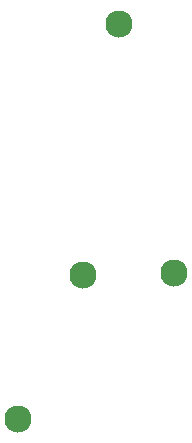
<source format=gbp>
G04 Layer: BottomPasteMaskLayer*
G04 EasyEDA Pro v1.9.29, 2023-05-19 09:05:19*
G04 Gerber Generator version 0.3*
G04 Scale: 100 percent, Rotated: No, Reflected: No*
G04 Dimensions in millimeters*
G04 Leading zeros omitted, absolute positions, 3 integers and 3 decimals*
%FSLAX33Y33*%
%MOMM*%
%ADD10C,2.299995*%
G75*


G04 Pad Start*
G54D10*
G01X21590Y-10033D03*
G01X13081Y-43434D03*
G01X26289Y-31115D03*
G01X18542Y-31242D03*
G04 Pad End*

M02*

</source>
